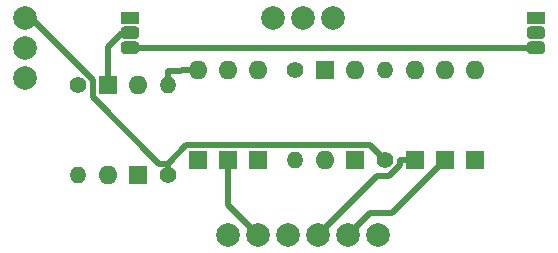
<source format=gbr>
G04 #@! TF.GenerationSoftware,KiCad,Pcbnew,(5.0.0)*
G04 #@! TF.CreationDate,2019-03-30T16:49:40+00:00*
G04 #@! TF.ProjectId,LS02,4C5330322E6B696361645F7063620000,rev?*
G04 #@! TF.SameCoordinates,Original*
G04 #@! TF.FileFunction,Copper,L2,Bot,Signal*
G04 #@! TF.FilePolarity,Positive*
%FSLAX46Y46*%
G04 Gerber Fmt 4.6, Leading zero omitted, Abs format (unit mm)*
G04 Created by KiCad (PCBNEW (5.0.0)) date 03/30/19 16:49:40*
%MOMM*%
%LPD*%
G01*
G04 APERTURE LIST*
G04 #@! TA.AperFunction,ComponentPad*
%ADD10C,2.000000*%
G04 #@! TD*
G04 #@! TA.AperFunction,ComponentPad*
%ADD11R,1.600000X1.600000*%
G04 #@! TD*
G04 #@! TA.AperFunction,ComponentPad*
%ADD12O,1.600000X1.600000*%
G04 #@! TD*
G04 #@! TA.AperFunction,ComponentPad*
%ADD13C,1.400000*%
G04 #@! TD*
G04 #@! TA.AperFunction,ComponentPad*
%ADD14O,1.400000X1.400000*%
G04 #@! TD*
G04 #@! TA.AperFunction,ComponentPad*
%ADD15R,1.500000X1.050000*%
G04 #@! TD*
G04 #@! TA.AperFunction,Conductor*
%ADD16C,0.100000*%
G04 #@! TD*
G04 #@! TA.AperFunction,ComponentPad*
%ADD17C,1.050000*%
G04 #@! TD*
G04 #@! TA.AperFunction,Conductor*
%ADD18C,0.500000*%
G04 #@! TD*
G04 APERTURE END LIST*
D10*
G04 #@! TO.P,J1,13*
G04 #@! TO.N,13*
X123190000Y-40005000D03*
G04 #@! TO.P,J1,12*
G04 #@! TO.N,N/C*
X120650000Y-40005000D03*
G04 #@! TO.P,J1,11*
G04 #@! TO.N,11*
X118110000Y-40005000D03*
G04 #@! TO.P,J1,6*
G04 #@! TO.N,6*
X127000000Y-58420000D03*
G04 #@! TO.P,J1,5*
G04 #@! TO.N,5*
X124460000Y-58420000D03*
G04 #@! TO.P,J1,4*
G04 #@! TO.N,4*
X121920000Y-58420000D03*
G04 #@! TO.P,J1,3*
G04 #@! TO.N,3*
X119380000Y-58420000D03*
G04 #@! TO.P,J1,2*
G04 #@! TO.N,2*
X116840000Y-58420000D03*
G04 #@! TO.P,J1,1*
G04 #@! TO.N,1*
X114300000Y-58420000D03*
G04 #@! TO.P,J1,23*
G04 #@! TO.N,-6v*
X97155000Y-45085000D03*
G04 #@! TO.P,J1,22*
G04 #@! TO.N,0v*
X97155000Y-42545000D03*
G04 #@! TO.P,J1,21*
G04 #@! TO.N,+6v*
X97155000Y-40005000D03*
G04 #@! TD*
D11*
G04 #@! TO.P,D1,1*
G04 #@! TO.N,1*
X111760000Y-52070000D03*
D12*
G04 #@! TO.P,D1,2*
G04 #@! TO.N,Net-(D1-Pad2)*
X111760000Y-44450000D03*
G04 #@! TD*
D11*
G04 #@! TO.P,D2,1*
G04 #@! TO.N,2*
X114300000Y-52070000D03*
D12*
G04 #@! TO.P,D2,2*
G04 #@! TO.N,Net-(D1-Pad2)*
X114300000Y-44450000D03*
G04 #@! TD*
D11*
G04 #@! TO.P,D3,1*
G04 #@! TO.N,3*
X116840000Y-52070000D03*
D12*
G04 #@! TO.P,D3,2*
G04 #@! TO.N,Net-(D1-Pad2)*
X116840000Y-44450000D03*
G04 #@! TD*
D11*
G04 #@! TO.P,D4,1*
G04 #@! TO.N,4*
X130175000Y-52070000D03*
D12*
G04 #@! TO.P,D4,2*
G04 #@! TO.N,Net-(D4-Pad2)*
X130175000Y-44450000D03*
G04 #@! TD*
D11*
G04 #@! TO.P,D5,1*
G04 #@! TO.N,5*
X132715000Y-52070000D03*
D12*
G04 #@! TO.P,D5,2*
G04 #@! TO.N,Net-(D4-Pad2)*
X132715000Y-44450000D03*
G04 #@! TD*
D11*
G04 #@! TO.P,D6,1*
G04 #@! TO.N,6*
X135255000Y-52070000D03*
D12*
G04 #@! TO.P,D6,2*
G04 #@! TO.N,Net-(D4-Pad2)*
X135255000Y-44450000D03*
G04 #@! TD*
D11*
G04 #@! TO.P,D7,1*
G04 #@! TO.N,Net-(D7-Pad1)*
X106680000Y-53340000D03*
D12*
G04 #@! TO.P,D7,2*
G04 #@! TO.N,Net-(D1-Pad2)*
X106680000Y-45720000D03*
G04 #@! TD*
D11*
G04 #@! TO.P,D8,1*
G04 #@! TO.N,Net-(D8-Pad1)*
X104140000Y-45720000D03*
D12*
G04 #@! TO.P,D8,2*
G04 #@! TO.N,Net-(D7-Pad1)*
X104140000Y-53340000D03*
G04 #@! TD*
D11*
G04 #@! TO.P,D9,1*
G04 #@! TO.N,Net-(D10-Pad2)*
X125095000Y-52070000D03*
D12*
G04 #@! TO.P,D9,2*
G04 #@! TO.N,Net-(D4-Pad2)*
X125095000Y-44450000D03*
G04 #@! TD*
D11*
G04 #@! TO.P,D10,1*
G04 #@! TO.N,Net-(D10-Pad1)*
X122555000Y-44450000D03*
D12*
G04 #@! TO.P,D10,2*
G04 #@! TO.N,Net-(D10-Pad2)*
X122555000Y-52070000D03*
G04 #@! TD*
D13*
G04 #@! TO.P,R1,1*
G04 #@! TO.N,Net-(D8-Pad1)*
X101600000Y-45720000D03*
D14*
G04 #@! TO.P,R1,2*
G04 #@! TO.N,-6v*
X101600000Y-53340000D03*
G04 #@! TD*
D13*
G04 #@! TO.P,R2,1*
G04 #@! TO.N,+6v*
X109220000Y-53340000D03*
D14*
G04 #@! TO.P,R2,2*
G04 #@! TO.N,Net-(D1-Pad2)*
X109220000Y-45720000D03*
G04 #@! TD*
D13*
G04 #@! TO.P,R3,1*
G04 #@! TO.N,Net-(D10-Pad1)*
X120015000Y-44450000D03*
D14*
G04 #@! TO.P,R3,2*
G04 #@! TO.N,-6v*
X120015000Y-52070000D03*
G04 #@! TD*
D13*
G04 #@! TO.P,R4,1*
G04 #@! TO.N,+6v*
X127635000Y-52070000D03*
D14*
G04 #@! TO.P,R4,2*
G04 #@! TO.N,Net-(D4-Pad2)*
X127635000Y-44450000D03*
G04 #@! TD*
D15*
G04 #@! TO.P,VT1,3*
G04 #@! TO.N,11*
X106045000Y-40005000D03*
D16*
G04 #@! TD*
G04 #@! TO.N,0v*
G04 #@! TO.C,VT1*
G36*
X106558229Y-42021264D02*
X106583711Y-42025044D01*
X106608700Y-42031303D01*
X106632954Y-42039982D01*
X106656242Y-42050996D01*
X106678337Y-42064239D01*
X106699028Y-42079585D01*
X106718116Y-42096884D01*
X106735415Y-42115972D01*
X106750761Y-42136663D01*
X106764004Y-42158758D01*
X106775018Y-42182046D01*
X106783697Y-42206300D01*
X106789956Y-42231289D01*
X106793736Y-42256771D01*
X106795000Y-42282500D01*
X106795000Y-42807500D01*
X106793736Y-42833229D01*
X106789956Y-42858711D01*
X106783697Y-42883700D01*
X106775018Y-42907954D01*
X106764004Y-42931242D01*
X106750761Y-42953337D01*
X106735415Y-42974028D01*
X106718116Y-42993116D01*
X106699028Y-43010415D01*
X106678337Y-43025761D01*
X106656242Y-43039004D01*
X106632954Y-43050018D01*
X106608700Y-43058697D01*
X106583711Y-43064956D01*
X106558229Y-43068736D01*
X106532500Y-43070000D01*
X105557500Y-43070000D01*
X105531771Y-43068736D01*
X105506289Y-43064956D01*
X105481300Y-43058697D01*
X105457046Y-43050018D01*
X105433758Y-43039004D01*
X105411663Y-43025761D01*
X105390972Y-43010415D01*
X105371884Y-42993116D01*
X105354585Y-42974028D01*
X105339239Y-42953337D01*
X105325996Y-42931242D01*
X105314982Y-42907954D01*
X105306303Y-42883700D01*
X105300044Y-42858711D01*
X105296264Y-42833229D01*
X105295000Y-42807500D01*
X105295000Y-42282500D01*
X105296264Y-42256771D01*
X105300044Y-42231289D01*
X105306303Y-42206300D01*
X105314982Y-42182046D01*
X105325996Y-42158758D01*
X105339239Y-42136663D01*
X105354585Y-42115972D01*
X105371884Y-42096884D01*
X105390972Y-42079585D01*
X105411663Y-42064239D01*
X105433758Y-42050996D01*
X105457046Y-42039982D01*
X105481300Y-42031303D01*
X105506289Y-42025044D01*
X105531771Y-42021264D01*
X105557500Y-42020000D01*
X106532500Y-42020000D01*
X106558229Y-42021264D01*
X106558229Y-42021264D01*
G37*
D17*
G04 #@! TO.P,VT1,1*
G04 #@! TO.N,0v*
X106045000Y-42545000D03*
D16*
G04 #@! TD*
G04 #@! TO.N,Net-(D8-Pad1)*
G04 #@! TO.C,VT1*
G36*
X106558229Y-40751264D02*
X106583711Y-40755044D01*
X106608700Y-40761303D01*
X106632954Y-40769982D01*
X106656242Y-40780996D01*
X106678337Y-40794239D01*
X106699028Y-40809585D01*
X106718116Y-40826884D01*
X106735415Y-40845972D01*
X106750761Y-40866663D01*
X106764004Y-40888758D01*
X106775018Y-40912046D01*
X106783697Y-40936300D01*
X106789956Y-40961289D01*
X106793736Y-40986771D01*
X106795000Y-41012500D01*
X106795000Y-41537500D01*
X106793736Y-41563229D01*
X106789956Y-41588711D01*
X106783697Y-41613700D01*
X106775018Y-41637954D01*
X106764004Y-41661242D01*
X106750761Y-41683337D01*
X106735415Y-41704028D01*
X106718116Y-41723116D01*
X106699028Y-41740415D01*
X106678337Y-41755761D01*
X106656242Y-41769004D01*
X106632954Y-41780018D01*
X106608700Y-41788697D01*
X106583711Y-41794956D01*
X106558229Y-41798736D01*
X106532500Y-41800000D01*
X105557500Y-41800000D01*
X105531771Y-41798736D01*
X105506289Y-41794956D01*
X105481300Y-41788697D01*
X105457046Y-41780018D01*
X105433758Y-41769004D01*
X105411663Y-41755761D01*
X105390972Y-41740415D01*
X105371884Y-41723116D01*
X105354585Y-41704028D01*
X105339239Y-41683337D01*
X105325996Y-41661242D01*
X105314982Y-41637954D01*
X105306303Y-41613700D01*
X105300044Y-41588711D01*
X105296264Y-41563229D01*
X105295000Y-41537500D01*
X105295000Y-41012500D01*
X105296264Y-40986771D01*
X105300044Y-40961289D01*
X105306303Y-40936300D01*
X105314982Y-40912046D01*
X105325996Y-40888758D01*
X105339239Y-40866663D01*
X105354585Y-40845972D01*
X105371884Y-40826884D01*
X105390972Y-40809585D01*
X105411663Y-40794239D01*
X105433758Y-40780996D01*
X105457046Y-40769982D01*
X105481300Y-40761303D01*
X105506289Y-40755044D01*
X105531771Y-40751264D01*
X105557500Y-40750000D01*
X106532500Y-40750000D01*
X106558229Y-40751264D01*
X106558229Y-40751264D01*
G37*
D17*
G04 #@! TO.P,VT1,2*
G04 #@! TO.N,Net-(D8-Pad1)*
X106045000Y-41275000D03*
G04 #@! TD*
D15*
G04 #@! TO.P,VT2,3*
G04 #@! TO.N,13*
X140398500Y-40005000D03*
D16*
G04 #@! TD*
G04 #@! TO.N,0v*
G04 #@! TO.C,VT2*
G36*
X140911729Y-42021264D02*
X140937211Y-42025044D01*
X140962200Y-42031303D01*
X140986454Y-42039982D01*
X141009742Y-42050996D01*
X141031837Y-42064239D01*
X141052528Y-42079585D01*
X141071616Y-42096884D01*
X141088915Y-42115972D01*
X141104261Y-42136663D01*
X141117504Y-42158758D01*
X141128518Y-42182046D01*
X141137197Y-42206300D01*
X141143456Y-42231289D01*
X141147236Y-42256771D01*
X141148500Y-42282500D01*
X141148500Y-42807500D01*
X141147236Y-42833229D01*
X141143456Y-42858711D01*
X141137197Y-42883700D01*
X141128518Y-42907954D01*
X141117504Y-42931242D01*
X141104261Y-42953337D01*
X141088915Y-42974028D01*
X141071616Y-42993116D01*
X141052528Y-43010415D01*
X141031837Y-43025761D01*
X141009742Y-43039004D01*
X140986454Y-43050018D01*
X140962200Y-43058697D01*
X140937211Y-43064956D01*
X140911729Y-43068736D01*
X140886000Y-43070000D01*
X139911000Y-43070000D01*
X139885271Y-43068736D01*
X139859789Y-43064956D01*
X139834800Y-43058697D01*
X139810546Y-43050018D01*
X139787258Y-43039004D01*
X139765163Y-43025761D01*
X139744472Y-43010415D01*
X139725384Y-42993116D01*
X139708085Y-42974028D01*
X139692739Y-42953337D01*
X139679496Y-42931242D01*
X139668482Y-42907954D01*
X139659803Y-42883700D01*
X139653544Y-42858711D01*
X139649764Y-42833229D01*
X139648500Y-42807500D01*
X139648500Y-42282500D01*
X139649764Y-42256771D01*
X139653544Y-42231289D01*
X139659803Y-42206300D01*
X139668482Y-42182046D01*
X139679496Y-42158758D01*
X139692739Y-42136663D01*
X139708085Y-42115972D01*
X139725384Y-42096884D01*
X139744472Y-42079585D01*
X139765163Y-42064239D01*
X139787258Y-42050996D01*
X139810546Y-42039982D01*
X139834800Y-42031303D01*
X139859789Y-42025044D01*
X139885271Y-42021264D01*
X139911000Y-42020000D01*
X140886000Y-42020000D01*
X140911729Y-42021264D01*
X140911729Y-42021264D01*
G37*
D17*
G04 #@! TO.P,VT2,1*
G04 #@! TO.N,0v*
X140398500Y-42545000D03*
D16*
G04 #@! TD*
G04 #@! TO.N,Net-(D10-Pad1)*
G04 #@! TO.C,VT2*
G36*
X140911729Y-40751264D02*
X140937211Y-40755044D01*
X140962200Y-40761303D01*
X140986454Y-40769982D01*
X141009742Y-40780996D01*
X141031837Y-40794239D01*
X141052528Y-40809585D01*
X141071616Y-40826884D01*
X141088915Y-40845972D01*
X141104261Y-40866663D01*
X141117504Y-40888758D01*
X141128518Y-40912046D01*
X141137197Y-40936300D01*
X141143456Y-40961289D01*
X141147236Y-40986771D01*
X141148500Y-41012500D01*
X141148500Y-41537500D01*
X141147236Y-41563229D01*
X141143456Y-41588711D01*
X141137197Y-41613700D01*
X141128518Y-41637954D01*
X141117504Y-41661242D01*
X141104261Y-41683337D01*
X141088915Y-41704028D01*
X141071616Y-41723116D01*
X141052528Y-41740415D01*
X141031837Y-41755761D01*
X141009742Y-41769004D01*
X140986454Y-41780018D01*
X140962200Y-41788697D01*
X140937211Y-41794956D01*
X140911729Y-41798736D01*
X140886000Y-41800000D01*
X139911000Y-41800000D01*
X139885271Y-41798736D01*
X139859789Y-41794956D01*
X139834800Y-41788697D01*
X139810546Y-41780018D01*
X139787258Y-41769004D01*
X139765163Y-41755761D01*
X139744472Y-41740415D01*
X139725384Y-41723116D01*
X139708085Y-41704028D01*
X139692739Y-41683337D01*
X139679496Y-41661242D01*
X139668482Y-41637954D01*
X139659803Y-41613700D01*
X139653544Y-41588711D01*
X139649764Y-41563229D01*
X139648500Y-41537500D01*
X139648500Y-41012500D01*
X139649764Y-40986771D01*
X139653544Y-40961289D01*
X139659803Y-40936300D01*
X139668482Y-40912046D01*
X139679496Y-40888758D01*
X139692739Y-40866663D01*
X139708085Y-40845972D01*
X139725384Y-40826884D01*
X139744472Y-40809585D01*
X139765163Y-40794239D01*
X139787258Y-40780996D01*
X139810546Y-40769982D01*
X139834800Y-40761303D01*
X139859789Y-40755044D01*
X139885271Y-40751264D01*
X139911000Y-40750000D01*
X140886000Y-40750000D01*
X140911729Y-40751264D01*
X140911729Y-40751264D01*
G37*
D17*
G04 #@! TO.P,VT2,2*
G04 #@! TO.N,Net-(D10-Pad1)*
X140398500Y-41275000D03*
G04 #@! TD*
D18*
G04 #@! TO.N,Net-(D1-Pad2)*
X109220000Y-45720000D02*
X109220000Y-44520000D01*
X111760000Y-44450000D02*
X110460000Y-44450000D01*
X109220000Y-44520000D02*
X110390000Y-44520000D01*
X110390000Y-44520000D02*
X110460000Y-44450000D01*
G04 #@! TO.N,2*
X114300000Y-52070000D02*
X114300000Y-55880000D01*
X114300000Y-55880000D02*
X116840000Y-58420000D01*
G04 #@! TO.N,4*
X130175000Y-52070000D02*
X128875000Y-52070000D01*
X128875000Y-52070000D02*
X128875000Y-52476300D01*
X128875000Y-52476300D02*
X127981300Y-53370000D01*
X127981300Y-53370000D02*
X126970000Y-53370000D01*
X126970000Y-53370000D02*
X121920000Y-58420000D01*
G04 #@! TO.N,5*
X132715000Y-52070000D02*
X128228200Y-56556800D01*
X128228200Y-56556800D02*
X126323200Y-56556800D01*
X126323200Y-56556800D02*
X124460000Y-58420000D01*
G04 #@! TO.N,Net-(D8-Pad1)*
X106045000Y-41275000D02*
X105327800Y-41275000D01*
X105327800Y-41275000D02*
X104140000Y-42462800D01*
X104140000Y-42462800D02*
X104140000Y-45720000D01*
G04 #@! TO.N,+6v*
X127635000Y-52070000D02*
X126380800Y-50815800D01*
X126380800Y-50815800D02*
X110773200Y-50815800D01*
X110773200Y-50815800D02*
X109220000Y-52369000D01*
X109220000Y-52369000D02*
X108510600Y-52369000D01*
X108510600Y-52369000D02*
X102889600Y-46748000D01*
X102889600Y-46748000D02*
X102889600Y-45281200D01*
X102889600Y-45281200D02*
X97613400Y-40005000D01*
X97613400Y-40005000D02*
X97155000Y-40005000D01*
X109220000Y-53340000D02*
X109220000Y-52369000D01*
G04 #@! TO.N,0v*
X140335000Y-42545000D02*
X106045000Y-42545000D01*
G04 #@! TD*
M02*

</source>
